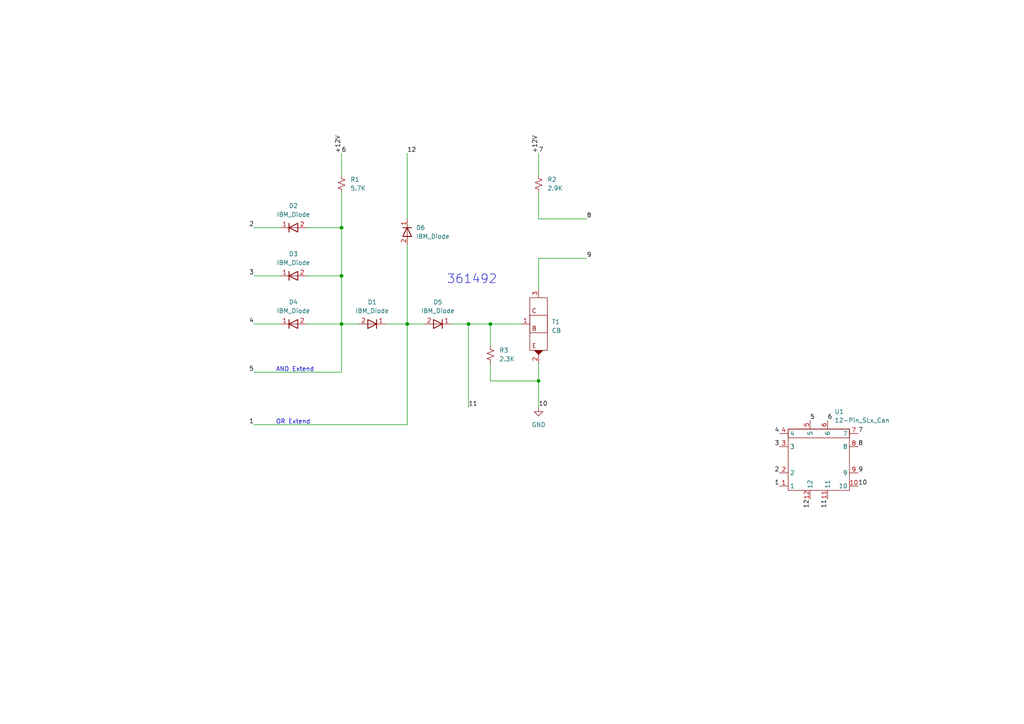
<source format=kicad_sch>
(kicad_sch (version 20211123) (generator eeschema)
  (paper "A4")
  (lib_symbols
    (symbol "Device:R_Small_US" (pin_numbers hide) (pin_names (offset 0.254) hide)
      (property "Reference" "R" (at 0.762 0.508 0))
      (property "Value" "R_Small_US" (at 0.762 -1.016 0))
      (symbol "R_Small_US_1_1"
        (polyline (pts (xy 0 0) (xy 1.016 -0.381) (xy 0 -0.762) (xy -1.016 -1.143) (xy 0 -1.524)))
        (polyline (pts (xy 0 1.524) (xy 1.016 1.143) (xy 0 0.762) (xy -1.016 0.381) (xy 0 0)))
        (pin passive line (at 0 2.54 270) (length 1.016) (name "~") (number "1"))
        (pin passive line (at 0 -2.54 90) (length 1.016) (name "~") (number "2"))
      )
    )
    (symbol "IBM_SLT-SLD:12-Pin_SLx_Can"
      (property "Reference" "U" (at 0 -2.54 0))
      (property "Value" "12-Pin_SLx_Can" (at 0 0 0))
      (symbol "12-Pin_SLx_Can_0_1"
        (rectangle (start -8.89 8.89) (end 8.89 -8.89))
        (rectangle (start -8.89 8.89) (end 8.89 6.35))
      )
      (symbol "12-Pin_SLx_Can_1_1"
        (pin passive line (at -11.43 -7.62 0) (length 2.54) (name "1") (number "1"))
        (pin passive line (at 11.43 -7.62 180) (length 2.54) (name "10") (number "10"))
        (pin passive line (at 2.54 -11.43 90) (length 2.54) (name "11") (number "11"))
        (pin passive line (at -2.54 -11.43 90) (length 2.54) (name "12") (number "12"))
        (pin passive line (at -11.43 -3.81 0) (length 2.54) (name "2") (number "2"))
        (pin passive line (at -11.43 3.81 0) (length 2.54) (name "3") (number "3"))
        (pin passive line (at -11.43 7.62 0) (length 2.54) (name "4") (number "4"))
        (pin passive line (at -2.54 11.43 270) (length 2.54) (name "5") (number "5"))
        (pin passive line (at 2.54 11.43 270) (length 2.54) (name "6") (number "6"))
        (pin passive line (at 11.43 7.62 180) (length 2.54) (name "7") (number "7"))
        (pin passive line (at 11.43 3.81 180) (length 2.54) (name "8") (number "8"))
        (pin passive line (at 11.43 -3.81 180) (length 2.54) (name "9") (number "9"))
      )
    )
    (symbol "IBM_SLT-SLD:IBM_Diode"
      (property "Reference" "D" (at 0 5.08 0))
      (property "Value" "IBM_Diode" (at 0 2.54 0))
      (symbol "IBM_Diode_0_1"
        (polyline (pts (xy -1.27 1.27) (xy -1.27 -1.27)) (stroke (width 0.254)))
        (polyline (pts (xy 1.27 0) (xy -1.27 0)))
        (polyline (pts (xy 1.27 1.27) (xy 1.27 -1.27) (xy -1.27 0) (xy 1.27 1.27)) (stroke (width 0.254)))
      )
      (symbol "IBM_Diode_1_1"
        (pin passive line (at -3.81 0 0) (length 2.54) (name "K") (number "1"))
        (pin passive line (at 3.81 0 180) (length 2.54) (name "A") (number "2"))
      )
    )
    (symbol "IBM_SLT-SLD:IBM_Transistor"
      (property "Reference" "T" (at 0 5.08 0))
      (property "Value" "IBM_Transistor" (at 7.62 8.89 0))
      (symbol "IBM_Transistor_0_0"
        (text "B" (at -1.27 -1.27 0) (effects (font (size 1.27 1.27))))
        (text "C" (at -1.27 3.81 0) (effects (font (size 1.27 1.27))))
        (text "E" (at -1.27 -6.35 0) (effects (font (size 1.27 1.27))))
      )
      (symbol "IBM_Transistor_0_1"
        (rectangle (start -2.54 2.54) (end 2.54 -2.54))
        (rectangle (start -2.54 7.62) (end 2.54 -7.62))
        (polyline (pts (xy -1.27 -7.62) (xy 0 -8.89) (xy 1.27 -7.62)) (fill (type outline)))
      )
      (symbol "IBM_Transistor_1_1"
        (pin passive line (at -5.08 0 0) (length 2.54) (name "B") (number "1"))
        (pin passive line (at 0 -11.43 90) (length 2.54) (name "E") (number "2"))
        (pin passive line (at 0 10.16 270) (length 2.54) (name "C") (number "3"))
      )
    )
    (symbol "power:GND" (power) (pin_names (offset 0))
      (property "Value" "GND" (at 0 -3.81 0))
      (symbol "GND_0_1"
        (polyline (pts (xy 0 0) (xy 0 -1.27) (xy 1.27 -1.27) (xy 0 -2.54) (xy -1.27 -1.27) (xy 0 -1.27)))
      )
      (symbol "GND_1_1"
        (pin power_in line (at 0 0 270) (length 0) hide (name "GND") (number "1"))
      )
    )
  )
  (junction (at 156.21 110.49))
  (junction (at 118.11 93.98))
  (junction (at 135.89 93.98))
  (junction (at 99.06 66.04))
  (junction (at 142.24 93.98))
  (junction (at 99.06 80.01))
  (junction (at 99.06 93.98))
  (wire (pts (xy 156.21 44.45) (xy 156.21 50.8)))
  (wire (pts (xy 118.11 123.19) (xy 73.66 123.19)))
  (wire (pts (xy 73.66 80.01) (xy 81.28 80.01)))
  (wire (pts (xy 118.11 44.45) (xy 118.11 63.5)))
  (wire (pts (xy 156.21 55.88) (xy 156.21 63.5)))
  (wire (pts (xy 99.06 93.98) (xy 104.14 93.98)))
  (wire (pts (xy 135.89 93.98) (xy 135.89 118.11)))
  (wire (pts (xy 99.06 66.04) (xy 88.9 66.04)))
  (wire (pts (xy 156.21 105.41) (xy 156.21 110.49)))
  (wire (pts (xy 156.21 74.93) (xy 170.18 74.93)))
  (wire (pts (xy 99.06 80.01) (xy 99.06 93.98)))
  (wire (pts (xy 73.66 66.04) (xy 81.28 66.04)))
  (wire (pts (xy 130.81 93.98) (xy 135.89 93.98)))
  (wire (pts (xy 135.89 93.98) (xy 142.24 93.98)))
  (wire (pts (xy 142.24 93.98) (xy 142.24 100.33)))
  (wire (pts (xy 118.11 93.98) (xy 123.19 93.98)))
  (wire (pts (xy 111.76 93.98) (xy 118.11 93.98)))
  (wire (pts (xy 99.06 80.01) (xy 88.9 80.01)))
  (wire (pts (xy 73.66 93.98) (xy 81.28 93.98)))
  (wire (pts (xy 73.66 107.95) (xy 99.06 107.95)))
  (wire (pts (xy 156.21 83.82) (xy 156.21 74.93)))
  (wire (pts (xy 142.24 93.98) (xy 151.13 93.98)))
  (wire (pts (xy 118.11 93.98) (xy 118.11 123.19)))
  (wire (pts (xy 156.21 110.49) (xy 156.21 118.11)))
  (wire (pts (xy 118.11 71.12) (xy 118.11 93.98)))
  (wire (pts (xy 99.06 107.95) (xy 99.06 93.98)))
  (wire (pts (xy 142.24 110.49) (xy 156.21 110.49)))
  (wire (pts (xy 99.06 44.45) (xy 99.06 50.8)))
  (wire (pts (xy 156.21 63.5) (xy 170.18 63.5)))
  (wire (pts (xy 142.24 105.41) (xy 142.24 110.49)))
  (wire (pts (xy 99.06 55.88) (xy 99.06 66.04)))
  (wire (pts (xy 99.06 66.04) (xy 99.06 80.01)))
  (wire (pts (xy 88.9 93.98) (xy 99.06 93.98)))
  (text "AND Extend" (at 80.01 107.95 0) (effects (font (size 1.27 1.27)) (justify left bottom)))
  (text "OR Extend" (at 80.01 123.19 0) (effects (font (size 1.27 1.27)) (justify left bottom)))
  (text "361492" (at 129.54 82.55 0) (effects (font (size 2.54 2.54)) (justify left bottom)))
  (label "8" (at 170.18 63.5 0))
  (label "9" (at 248.92 137.16 0))
  (label "7" (at 248.92 125.73 0))
  (label "5" (at 73.66 107.95 180))
  (label "+12V" (at 99.06 44.45 90))
  (label "5" (at 234.95 121.92 0))
  (label "11" (at 240.03 144.78 270))
  (label "7" (at 156.21 44.45 0))
  (label "2" (at 73.66 66.04 180))
  (label "6" (at 99.06 44.45 0))
  (label "4" (at 226.06 125.73 180))
  (label "10" (at 248.92 140.97 0))
  (label "11" (at 135.89 118.11 0))
  (label "3" (at 226.06 129.54 180))
  (label "8" (at 248.92 129.54 0))
  (label "1" (at 226.06 140.97 180))
  (label "1" (at 73.66 123.19 180))
  (label "12" (at 234.95 144.78 270))
  (label "4" (at 73.66 93.98 180))
  (label "3" (at 73.66 80.01 180))
  (label "10" (at 156.21 118.11 0))
  (label "2" (at 226.06 137.16 180))
  (label "+12V" (at 156.21 44.45 90))
  (label "9" (at 170.18 74.93 0))
  (label "12" (at 118.11 44.45 0))
  (label "6" (at 240.03 121.92 0))
  (symbol (lib_id "power:GND") (at 156.21 118.11 0) (unit 1)
    (property "Reference" "#PWR0102" (effects hide))
    (property "Value" "GND" (at 156.21 123.19 0))
  )
  (symbol (lib_id "Device:R_Small_US") (at 99.06 53.34 0) (unit 1)
    (property "Reference" "R1" (at 101.6 52.0699 0) (effects (justify left)))
    (property "Value" "5.7K" (at 101.6 54.6099 0) (effects (justify left)))
    (property "Footprint" "Resistor_SMD:R_0201_0603Metric" (effects hide))
  )
  (symbol (lib_id "IBM_SLT-SLD:IBM_Diode") (at 107.95 93.98 180) (unit 1)
    (property "Reference" "D1" (at 107.95 87.63 0))
    (property "Value" "IBM_Diode" (at 107.95 90.17 0))
    (property "Footprint" "Diode_SMD:D_0201_0603Metric" (effects hide))
  )
  (symbol (lib_id "IBM_SLT-SLD:12-Pin_SLx_Can") (at 237.49 133.35 0) (unit 1)
    (property "Reference" "U1" (at 242.0494 119.38 0) (effects (justify left)))
    (property "Value" "12-Pin_SLx_Can" (at 242.0494 121.92 0) (effects (justify left)))
    (property "Footprint" "IBM_SLT-SLD:12-Pin_SLx_Can" (effects hide))
  )
  (symbol (lib_id "IBM_SLT-SLD:IBM_Diode") (at 118.11 67.31 270) (unit 1)
    (property "Reference" "D6" (at 120.65 66.0399 90) (effects (justify left)))
    (property "Value" "IBM_Diode" (at 120.65 68.5799 90) (effects (justify left)))
    (property "Footprint" "Diode_SMD:D_0201_0603Metric" (effects hide))
  )
  (symbol (lib_id "IBM_SLT-SLD:IBM_Diode") (at 85.09 93.98 0) (unit 1)
    (property "Reference" "D4" (at 85.09 87.63 0))
    (property "Value" "IBM_Diode" (at 85.09 90.17 0))
    (property "Footprint" "Diode_SMD:D_0201_0603Metric" (effects hide))
  )
  (symbol (lib_id "IBM_SLT-SLD:IBM_Transistor") (at 156.21 93.98 0) (unit 1)
    (property "Reference" "T1" (at 160.02 93.3449 0) (effects (justify left)))
    (property "Value" "CB" (at 160.02 95.8849 0) (effects (justify left)))
  )
  (symbol (lib_id "Device:R_Small_US") (at 156.21 53.34 0) (unit 1)
    (property "Reference" "R2" (at 158.75 52.0699 0) (effects (justify left)))
    (property "Value" "2.9K" (at 158.75 54.6099 0) (effects (justify left)))
    (property "Footprint" "Resistor_SMD:R_0201_0603Metric" (effects hide))
  )
  (symbol (lib_id "IBM_SLT-SLD:IBM_Diode") (at 127 93.98 180) (unit 1)
    (property "Reference" "D5" (at 127 87.63 0))
    (property "Value" "IBM_Diode" (at 127 90.17 0))
    (property "Footprint" "Diode_SMD:D_0201_0603Metric" (effects hide))
  )
  (symbol (lib_id "IBM_SLT-SLD:IBM_Diode") (at 85.09 80.01 0) (unit 1)
    (property "Reference" "D3" (at 85.09 73.66 0))
    (property "Value" "IBM_Diode" (at 85.09 76.2 0))
    (property "Footprint" "Diode_SMD:D_0201_0603Metric" (effects hide))
  )
  (symbol (lib_id "IBM_SLT-SLD:IBM_Diode") (at 85.09 66.04 0) (unit 1)
    (property "Reference" "D2" (at 85.09 59.69 0))
    (property "Value" "IBM_Diode" (at 85.09 62.23 0))
    (property "Footprint" "Diode_SMD:D_0201_0603Metric" (effects hide))
  )
  (symbol (lib_id "Device:R_Small_US") (at 142.24 102.87 0) (unit 1)
    (property "Reference" "R3" (at 144.78 101.5999 0) (effects (justify left)))
    (property "Value" "2.3K" (at 144.78 104.1399 0) (effects (justify left)))
    (property "Footprint" "Resistor_SMD:R_0201_0603Metric" (effects hide))
  )
)
</source>
